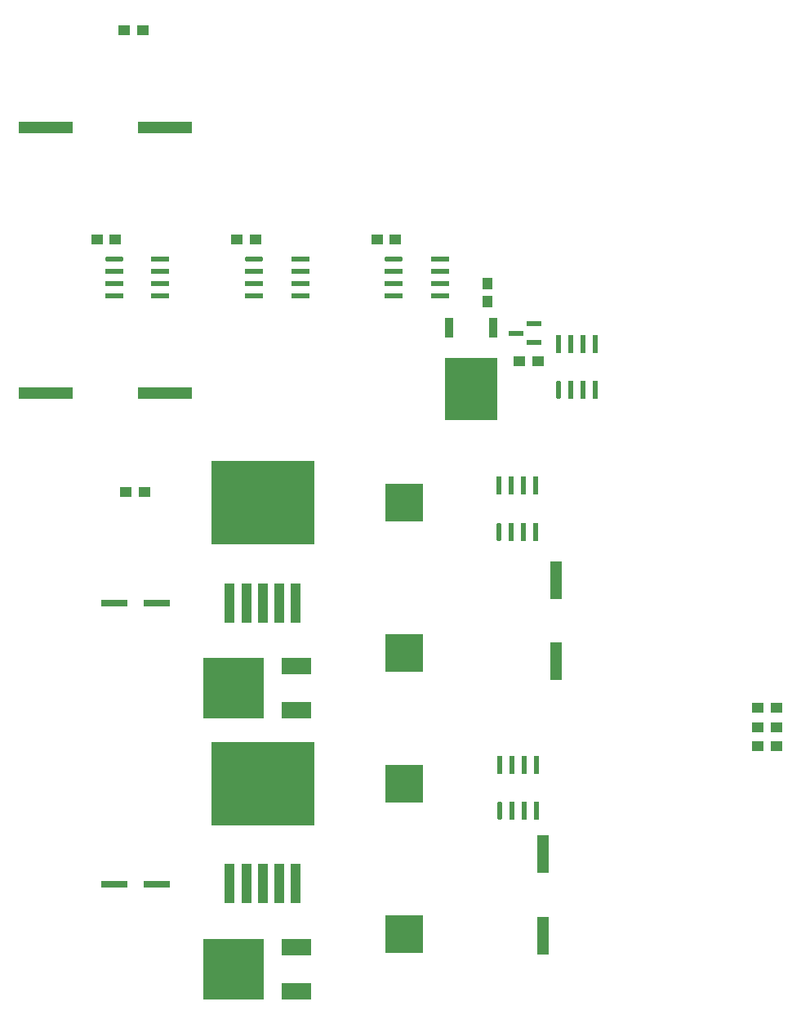
<source format=gtp>
G04 Layer_Color=8421504*
%FSLAX44Y44*%
%MOMM*%
G71*
G01*
G75*
%ADD10R,1.1400X1.2000*%
%ADD11O,1.9500X0.5500*%
%ADD12R,1.9500X0.5500*%
%ADD13R,0.9500X2.1000*%
%ADD14R,5.5000X6.5000*%
%ADD15R,1.3000X3.9000*%
%ADD16R,2.7000X0.7000*%
%ADD17R,5.6000X1.3000*%
%ADD18R,1.2000X1.1400*%
%ADD19R,6.3000X6.3000*%
%ADD20R,3.1000X1.7000*%
%ADD21O,0.5500X1.9500*%
%ADD22R,0.5500X1.9500*%
%ADD23R,4.0000X4.0000*%
%ADD24R,1.5000X0.6000*%
%ADD25R,1.1000X4.1000*%
%ADD26R,10.7000X8.7000*%
D10*
X534000Y779500D02*
D03*
Y760500D02*
D03*
D11*
X437000Y805000D02*
D03*
X147000D02*
D03*
X292000D02*
D03*
D12*
X437000Y792300D02*
D03*
Y779600D02*
D03*
Y766900D02*
D03*
X485000Y805000D02*
D03*
Y792300D02*
D03*
Y779600D02*
D03*
Y766900D02*
D03*
X147000Y792300D02*
D03*
Y779600D02*
D03*
Y766900D02*
D03*
X195000Y805000D02*
D03*
Y792300D02*
D03*
Y779600D02*
D03*
Y766900D02*
D03*
X292000Y792300D02*
D03*
Y779600D02*
D03*
Y766900D02*
D03*
X340000Y805000D02*
D03*
Y792300D02*
D03*
Y779600D02*
D03*
Y766900D02*
D03*
D13*
X539800Y733500D02*
D03*
X494200D02*
D03*
D14*
X517000Y670500D02*
D03*
D15*
X592000Y188000D02*
D03*
Y104000D02*
D03*
X605000Y388000D02*
D03*
Y472000D02*
D03*
D16*
X147000Y448000D02*
D03*
X191000D02*
D03*
Y157000D02*
D03*
X147000D02*
D03*
D17*
X76500Y941000D02*
D03*
X199500D02*
D03*
X76500Y666000D02*
D03*
X199500D02*
D03*
D18*
X438500Y825000D02*
D03*
X419500D02*
D03*
X293500D02*
D03*
X274500D02*
D03*
X148500Y825000D02*
D03*
X129500D02*
D03*
X567500Y699000D02*
D03*
X586500D02*
D03*
X833500Y340000D02*
D03*
X814500D02*
D03*
X833500Y320000D02*
D03*
X814500D02*
D03*
X833500Y300000D02*
D03*
X814500D02*
D03*
X176500Y1042000D02*
D03*
X157500D02*
D03*
X178500Y563000D02*
D03*
X159500D02*
D03*
D19*
X271000Y360000D02*
D03*
Y69000D02*
D03*
D20*
X336000Y383000D02*
D03*
Y337000D02*
D03*
Y92000D02*
D03*
Y46000D02*
D03*
D21*
X608000Y669000D02*
D03*
X546000Y522000D02*
D03*
X547000Y233000D02*
D03*
D22*
X620700Y669000D02*
D03*
X633400D02*
D03*
X646100D02*
D03*
X608000Y717000D02*
D03*
X620700D02*
D03*
X633400D02*
D03*
X646100D02*
D03*
X558700Y522000D02*
D03*
X571400D02*
D03*
X584100D02*
D03*
X546000Y570000D02*
D03*
X558700D02*
D03*
X571400D02*
D03*
X584100D02*
D03*
X559700Y233000D02*
D03*
X572400D02*
D03*
X585100D02*
D03*
X547000Y281000D02*
D03*
X559700D02*
D03*
X572400D02*
D03*
X585100D02*
D03*
D23*
X448000Y396250D02*
D03*
Y552250D02*
D03*
X448000Y105000D02*
D03*
Y261000D02*
D03*
D24*
X563500Y728000D02*
D03*
X582500Y737500D02*
D03*
Y718500D02*
D03*
D25*
X267000Y448500D02*
D03*
X284000D02*
D03*
X301000D02*
D03*
X318000D02*
D03*
X335000D02*
D03*
X267000Y157500D02*
D03*
X284000D02*
D03*
X301000D02*
D03*
X318000D02*
D03*
X335000D02*
D03*
D26*
X301000Y552500D02*
D03*
Y261500D02*
D03*
M02*

</source>
